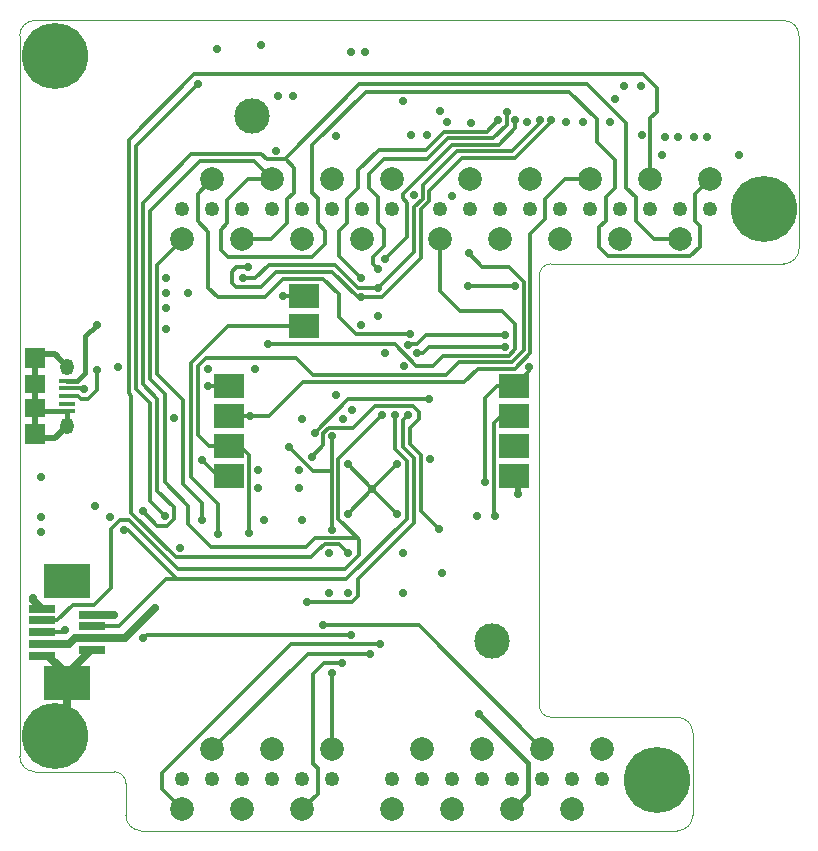
<source format=gtl>
G04 (created by PCBNEW (2013-07-07 BZR 4022)-stable) date 15/02/2015 14:23:04*
%MOIN*%
G04 Gerber Fmt 3.4, Leading zero omitted, Abs format*
%FSLAX34Y34*%
G01*
G70*
G90*
G04 APERTURE LIST*
%ADD10C,0.00590551*%
%ADD11C,0.000393701*%
%ADD12C,0.220472*%
%ADD13C,0.11811*%
%ADD14R,0.0984252X0.0787402*%
%ADD15R,0.0531496X0.0177165*%
%ADD16O,0.0452756X0.0551181*%
%ADD17R,0.0669291X0.0669291*%
%ADD18R,0.0669291X0.0590551*%
%ADD19C,0.0787402*%
%ADD20C,0.0492126*%
%ADD21R,0.0866142X0.0275591*%
%ADD22R,0.15748X0.11811*%
%ADD23C,0.0275591*%
%ADD24C,0.015748*%
%ADD25C,0.019685*%
%ADD26C,0.0275591*%
%ADD27C,0.011811*%
G04 APERTURE END LIST*
G54D10*
G54D11*
X42173Y-51606D02*
X42173Y-27590D01*
X42173Y-27590D02*
G75*
G02X42685Y-27078I511J0D01*
G74*
G01*
X45716Y-52511D02*
X45716Y-53574D01*
X42685Y-52118D02*
X45322Y-52118D01*
X67645Y-27078D02*
X42685Y-27078D01*
X68157Y-34677D02*
X68157Y-27590D01*
X59889Y-35188D02*
X67645Y-35188D01*
X59496Y-49913D02*
X59496Y-35582D01*
X64102Y-50307D02*
X59889Y-50307D01*
X64614Y-53574D02*
X64614Y-50818D01*
X46228Y-54086D02*
X64102Y-54086D01*
X45322Y-52118D02*
G75*
G02X45716Y-52511I0J-393D01*
G74*
G01*
X42685Y-52118D02*
G75*
G02X42173Y-51606I0J511D01*
G74*
G01*
X67645Y-27078D02*
G75*
G02X68157Y-27590I0J-511D01*
G74*
G01*
X68157Y-34678D02*
G75*
G02X67645Y-35188I-511J0D01*
G74*
G01*
X59496Y-35581D02*
G75*
G02X59889Y-35188I393J0D01*
G74*
G01*
X59889Y-50307D02*
G75*
G02X59496Y-49913I0J393D01*
G74*
G01*
X64103Y-50307D02*
G75*
G02X64614Y-50818I0J-511D01*
G74*
G01*
X64614Y-53575D02*
G75*
G02X64102Y-54086I-511J0D01*
G74*
G01*
X46227Y-54086D02*
G75*
G02X45716Y-53574I0J511D01*
G74*
G01*
G54D12*
X43354Y-50937D03*
X63433Y-52393D03*
X43354Y-28259D03*
X66976Y-33377D03*
G54D13*
X49905Y-30267D03*
X57905Y-47767D03*
G54D14*
X58649Y-39267D03*
X58649Y-40267D03*
X58649Y-41267D03*
X58649Y-42267D03*
X49161Y-39267D03*
X49161Y-40267D03*
X49161Y-41267D03*
X49161Y-42267D03*
X51641Y-37267D03*
X51641Y-36267D03*
G54D15*
X43767Y-39086D03*
X43767Y-39342D03*
X43767Y-39598D03*
X43767Y-39854D03*
X43767Y-40110D03*
G54D16*
X43767Y-38614D03*
X43767Y-40582D03*
G54D17*
X42704Y-38338D03*
X42704Y-40858D03*
G54D18*
X42704Y-39204D03*
X42704Y-39992D03*
G54D19*
X61602Y-51370D03*
X60602Y-53370D03*
X59602Y-51370D03*
X58602Y-53370D03*
X57602Y-51370D03*
X56602Y-53370D03*
X55602Y-51370D03*
X54602Y-53370D03*
G54D20*
X61602Y-52370D03*
X60602Y-52370D03*
X59602Y-52370D03*
X58602Y-52370D03*
X57602Y-52370D03*
X56602Y-52370D03*
X55602Y-52370D03*
X54602Y-52370D03*
G54D19*
X65202Y-32370D03*
X64202Y-34370D03*
X63202Y-32370D03*
X62202Y-34370D03*
X61202Y-32370D03*
X60202Y-34370D03*
X59202Y-32370D03*
X58202Y-34370D03*
X56202Y-34370D03*
G54D20*
X65202Y-33370D03*
X64202Y-33370D03*
X63202Y-33370D03*
X62202Y-33370D03*
X61202Y-33370D03*
X60202Y-33370D03*
X59202Y-33370D03*
X58202Y-33370D03*
X57202Y-33370D03*
X56202Y-33370D03*
G54D19*
X57202Y-32370D03*
X52602Y-51370D03*
X51602Y-53370D03*
X50602Y-51370D03*
X49602Y-53370D03*
X48602Y-51370D03*
X47602Y-53370D03*
G54D20*
X52602Y-52370D03*
X51602Y-52370D03*
X50602Y-52370D03*
X49602Y-52370D03*
X48602Y-52370D03*
X47602Y-52370D03*
G54D19*
X54602Y-32370D03*
X53602Y-34370D03*
X52602Y-32370D03*
X51602Y-34370D03*
X50602Y-32370D03*
X49602Y-34370D03*
X48602Y-32370D03*
X47602Y-34370D03*
G54D20*
X54602Y-33370D03*
X53602Y-33370D03*
X52602Y-33370D03*
X51602Y-33370D03*
X50602Y-33370D03*
X49602Y-33370D03*
X48602Y-33370D03*
X47602Y-33370D03*
G54D21*
X42921Y-46685D03*
X42921Y-47078D03*
X42921Y-47472D03*
X42921Y-47866D03*
X42921Y-48259D03*
X44574Y-47275D03*
X44574Y-47669D03*
X44574Y-46881D03*
X44574Y-48062D03*
G54D22*
X43748Y-45779D03*
X43748Y-49165D03*
G54D23*
X47795Y-36161D03*
X47066Y-36653D03*
X47066Y-36161D03*
X57224Y-30492D03*
X51476Y-42657D03*
X57480Y-50196D03*
X48740Y-28016D03*
X45196Y-43622D03*
X44685Y-43248D03*
X45314Y-46889D03*
X42637Y-46338D03*
X48444Y-38700D03*
X66141Y-31574D03*
X63602Y-31574D03*
X56240Y-45511D03*
X54960Y-44822D03*
X54133Y-36929D03*
X55846Y-41712D03*
X51476Y-42047D03*
X51574Y-43720D03*
X52952Y-40354D03*
X52500Y-44822D03*
X53110Y-44822D03*
X48779Y-44192D03*
X55807Y-39704D03*
X52007Y-40826D03*
X54271Y-40216D03*
X45669Y-44055D03*
X46279Y-43444D03*
X54704Y-40216D03*
X54370Y-35039D03*
X58700Y-30413D03*
X54114Y-35354D03*
X58405Y-30118D03*
X53543Y-35669D03*
X58129Y-30413D03*
X46692Y-46653D03*
X50452Y-37874D03*
X57696Y-42460D03*
X58681Y-35944D03*
X57106Y-35944D03*
X59153Y-38641D03*
X55137Y-40216D03*
X51751Y-46476D03*
X48267Y-43720D03*
X55177Y-37519D03*
X49822Y-44153D03*
X57145Y-34842D03*
X52598Y-48818D03*
X52913Y-48503D03*
X53858Y-48188D03*
X54173Y-47874D03*
X58366Y-37952D03*
X55413Y-38169D03*
X58011Y-43602D03*
X49625Y-35669D03*
X54133Y-35984D03*
X59507Y-30413D03*
X49783Y-35295D03*
X53543Y-36299D03*
X59881Y-30413D03*
X55137Y-37913D03*
X58366Y-37559D03*
X51909Y-41614D03*
X56141Y-44035D03*
X49842Y-40275D03*
X48267Y-41732D03*
X48464Y-39271D03*
X46299Y-47677D03*
X43700Y-47401D03*
X53228Y-47559D03*
X52598Y-40944D03*
X51161Y-41299D03*
X52578Y-44055D03*
X52283Y-47244D03*
X55236Y-30905D03*
X54940Y-29763D03*
X56181Y-30098D03*
X55767Y-30905D03*
X62893Y-29271D03*
X62322Y-29271D03*
X62027Y-29685D03*
X62913Y-30905D03*
X47047Y-37362D03*
X47066Y-35649D03*
X47519Y-44665D03*
X45452Y-38622D03*
X47322Y-40314D03*
X42874Y-44133D03*
X42874Y-43622D03*
X42893Y-42283D03*
X50314Y-43720D03*
X58779Y-42874D03*
X50019Y-38700D03*
X65098Y-30964D03*
X64665Y-30964D03*
X64114Y-30964D03*
X63681Y-30964D03*
X50964Y-36279D03*
X59094Y-30472D03*
X53543Y-37244D03*
X50216Y-27913D03*
X61870Y-30472D03*
X60964Y-30472D03*
X60374Y-30472D03*
X56437Y-30472D03*
X53700Y-28129D03*
X53228Y-28129D03*
X56594Y-32933D03*
X55314Y-32913D03*
X50708Y-31417D03*
X52736Y-30944D03*
X51279Y-29606D03*
X50787Y-29606D03*
X57421Y-43602D03*
X53110Y-43523D03*
X54763Y-43523D03*
X53110Y-41870D03*
X53937Y-42696D03*
X54763Y-41870D03*
X51594Y-40354D03*
X53267Y-40059D03*
X52736Y-39566D03*
X54980Y-38582D03*
X54370Y-38169D03*
X54960Y-46161D03*
X53110Y-46161D03*
X52500Y-46161D03*
X50118Y-42657D03*
X50118Y-42047D03*
X44744Y-37224D03*
X48129Y-29192D03*
X47007Y-43582D03*
X44744Y-38740D03*
X44311Y-39350D03*
G54D24*
X59114Y-52858D02*
X59114Y-51830D01*
X59114Y-51830D02*
X57480Y-50196D01*
X58602Y-53370D02*
X59114Y-52858D01*
G54D25*
X48740Y-28016D02*
X48740Y-28011D01*
X44685Y-43248D02*
X44685Y-43248D01*
G54D26*
X44574Y-46881D02*
X45307Y-46881D01*
X45307Y-46881D02*
X45314Y-46889D01*
X42921Y-46685D02*
X42637Y-46401D01*
X42637Y-46401D02*
X42637Y-46338D01*
G54D27*
X63202Y-32370D02*
X63202Y-30340D01*
X63405Y-29330D02*
X62952Y-28877D01*
X63405Y-30137D02*
X63405Y-29330D01*
X63202Y-30340D02*
X63405Y-30137D01*
X45885Y-39586D02*
X45885Y-43484D01*
X45885Y-39586D02*
X45807Y-39507D01*
X45807Y-39507D02*
X45807Y-31062D01*
X45807Y-31062D02*
X47992Y-28877D01*
X47992Y-28877D02*
X62952Y-28877D01*
X45885Y-43484D02*
X47381Y-44980D01*
X47381Y-44980D02*
X51889Y-44980D01*
X51889Y-44980D02*
X52125Y-44744D01*
X53110Y-44822D02*
X52814Y-44527D01*
X52814Y-44527D02*
X52342Y-44527D01*
X52342Y-44527D02*
X52125Y-44744D01*
X52125Y-44744D02*
X52125Y-44744D01*
X47874Y-41988D02*
X47874Y-42283D01*
X47874Y-42283D02*
X48779Y-43188D01*
X51877Y-37267D02*
X51688Y-37267D01*
X47874Y-38503D02*
X47874Y-41988D01*
X49114Y-37263D02*
X47874Y-38503D01*
X51692Y-37263D02*
X49114Y-37263D01*
X51688Y-37267D02*
X51692Y-37263D01*
X48779Y-43188D02*
X48779Y-44192D01*
X53129Y-39704D02*
X55807Y-39704D01*
X52007Y-40826D02*
X53129Y-39704D01*
X42921Y-47078D02*
X43433Y-47078D01*
X45236Y-45984D02*
X45236Y-44370D01*
X44665Y-46555D02*
X45236Y-45984D01*
X43956Y-46555D02*
X44665Y-46555D01*
X43433Y-47078D02*
X43956Y-46555D01*
X45511Y-43740D02*
X45807Y-43740D01*
X45236Y-44015D02*
X45511Y-43740D01*
X45236Y-44370D02*
X45236Y-44015D01*
X52795Y-41692D02*
X54271Y-40216D01*
X54271Y-40216D02*
X54271Y-40216D01*
X64842Y-34625D02*
X64842Y-33917D01*
X49775Y-32370D02*
X49094Y-33051D01*
X49094Y-33051D02*
X49094Y-33838D01*
X49094Y-33838D02*
X48877Y-34055D01*
X48877Y-34055D02*
X48877Y-34744D01*
X48877Y-34744D02*
X49114Y-34980D01*
X49114Y-34980D02*
X49429Y-34980D01*
X49429Y-34980D02*
X49429Y-34980D01*
X49429Y-34980D02*
X51909Y-34980D01*
X51909Y-34980D02*
X52362Y-34527D01*
X52362Y-34527D02*
X52362Y-34094D01*
X52362Y-34094D02*
X52106Y-33838D01*
X52106Y-33838D02*
X52106Y-32992D01*
X52106Y-32992D02*
X51929Y-32814D01*
X51929Y-32814D02*
X51929Y-31240D01*
X51929Y-31240D02*
X53720Y-29448D01*
X53720Y-29448D02*
X60492Y-29448D01*
X60492Y-29448D02*
X61417Y-30374D01*
X61417Y-30374D02*
X61417Y-31141D01*
X61417Y-31141D02*
X62007Y-31732D01*
X62007Y-31732D02*
X62007Y-32677D01*
X62007Y-32677D02*
X61712Y-32972D01*
X61712Y-32972D02*
X61712Y-33759D01*
X61712Y-33759D02*
X61496Y-33976D01*
X61496Y-33976D02*
X61496Y-34645D01*
X61496Y-34645D02*
X61791Y-34940D01*
X61791Y-34940D02*
X64527Y-34940D01*
X64527Y-34940D02*
X64842Y-34625D01*
X50602Y-32370D02*
X49775Y-32370D01*
X64704Y-32867D02*
X65202Y-32370D01*
X64704Y-33779D02*
X64704Y-32867D01*
X64842Y-33917D02*
X64704Y-33779D01*
X50602Y-32370D02*
X49984Y-31751D01*
X53425Y-44330D02*
X53405Y-44311D01*
X52007Y-44330D02*
X53425Y-44330D01*
X51712Y-44625D02*
X52007Y-44330D01*
X48543Y-44625D02*
X51712Y-44625D01*
X47775Y-43858D02*
X48543Y-44625D01*
X47775Y-43248D02*
X47775Y-43858D01*
X47007Y-42480D02*
X47775Y-43248D01*
X47007Y-39527D02*
X47007Y-42480D01*
X46515Y-39035D02*
X47007Y-39527D01*
X46515Y-33425D02*
X46515Y-39035D01*
X48188Y-31751D02*
X46515Y-33425D01*
X49984Y-31751D02*
X48188Y-31751D01*
X52795Y-43700D02*
X53405Y-44311D01*
X53405Y-44311D02*
X53503Y-44409D01*
X47440Y-45374D02*
X45807Y-43740D01*
X53011Y-45374D02*
X47440Y-45374D01*
X53503Y-44881D02*
X53011Y-45374D01*
X53503Y-44409D02*
X53503Y-44881D01*
X52795Y-41692D02*
X52795Y-43700D01*
X44574Y-47275D02*
X45480Y-47275D01*
X47055Y-45700D02*
X47421Y-45700D01*
X45480Y-47275D02*
X47055Y-45700D01*
X53503Y-29212D02*
X51043Y-31673D01*
X51043Y-31673D02*
X51043Y-31712D01*
X63307Y-34370D02*
X64202Y-34370D01*
X62716Y-33779D02*
X63307Y-34370D01*
X62716Y-32972D02*
X62716Y-33779D01*
X62401Y-32657D02*
X62716Y-32972D01*
X62401Y-30511D02*
X62401Y-32657D01*
X61102Y-29212D02*
X62401Y-30511D01*
X53503Y-29212D02*
X61102Y-29212D01*
X46279Y-43444D02*
X46751Y-43917D01*
X45775Y-44055D02*
X45669Y-44055D01*
X47421Y-45700D02*
X45775Y-44055D01*
X50551Y-34370D02*
X49602Y-34370D01*
X51102Y-33818D02*
X50551Y-34370D01*
X51102Y-33031D02*
X51102Y-33818D01*
X51318Y-32814D02*
X51102Y-33031D01*
X51318Y-31988D02*
X51318Y-32814D01*
X51043Y-31712D02*
X51318Y-31988D01*
X50413Y-31712D02*
X51043Y-31712D01*
X50236Y-31535D02*
X50413Y-31712D01*
X47893Y-31535D02*
X50236Y-31535D01*
X46279Y-33149D02*
X47893Y-31535D01*
X46279Y-39192D02*
X46279Y-33149D01*
X46771Y-39685D02*
X46279Y-39192D01*
X46771Y-42755D02*
X46771Y-39685D01*
X47322Y-43307D02*
X46771Y-42755D01*
X47322Y-43681D02*
X47322Y-43307D01*
X47086Y-43917D02*
X47322Y-43681D01*
X46751Y-43917D02*
X47086Y-43917D01*
X54704Y-40216D02*
X54704Y-41377D01*
X54704Y-41377D02*
X55078Y-41751D01*
X53059Y-45700D02*
X47421Y-45700D01*
X55078Y-43681D02*
X53059Y-45700D01*
X55078Y-41751D02*
X55078Y-43681D01*
X54370Y-35039D02*
X55098Y-34311D01*
X58700Y-30669D02*
X58700Y-30413D01*
X58149Y-31220D02*
X58700Y-30669D01*
X56594Y-31220D02*
X58149Y-31220D01*
X54960Y-32854D02*
X56594Y-31220D01*
X54960Y-33011D02*
X54960Y-32854D01*
X55098Y-33149D02*
X54960Y-33011D01*
X55098Y-34311D02*
X55098Y-33149D01*
X54330Y-31692D02*
X55767Y-31692D01*
X55767Y-31692D02*
X56456Y-31003D01*
X54114Y-35354D02*
X53956Y-35196D01*
X58405Y-30551D02*
X58405Y-30118D01*
X57952Y-31003D02*
X58405Y-30551D01*
X56456Y-31003D02*
X57952Y-31003D01*
X53818Y-32204D02*
X54330Y-31692D01*
X53818Y-32657D02*
X53818Y-32204D01*
X54114Y-32952D02*
X53818Y-32657D01*
X54114Y-33818D02*
X54114Y-32952D01*
X54330Y-34035D02*
X54114Y-33818D01*
X54330Y-34586D02*
X54330Y-34035D01*
X53956Y-34960D02*
X54330Y-34586D01*
X53956Y-35196D02*
X53956Y-34960D01*
X54143Y-31387D02*
X55718Y-31387D01*
X55718Y-31387D02*
X56318Y-30787D01*
X53454Y-32667D02*
X53454Y-32076D01*
X56318Y-30787D02*
X57755Y-30787D01*
X53454Y-32076D02*
X54143Y-31387D01*
X53543Y-35669D02*
X52814Y-34940D01*
X57755Y-30787D02*
X58129Y-30413D01*
X53090Y-33031D02*
X53454Y-32667D01*
X53090Y-33818D02*
X53090Y-33031D01*
X52814Y-34094D02*
X53090Y-33818D01*
X52814Y-34940D02*
X52814Y-34094D01*
G54D26*
X44574Y-47669D02*
X45677Y-47669D01*
X45677Y-47669D02*
X46692Y-46653D01*
X42921Y-47866D02*
X43826Y-47866D01*
X44023Y-47669D02*
X44574Y-47669D01*
X43826Y-47866D02*
X44023Y-47669D01*
G54D27*
X50452Y-37874D02*
X54685Y-37874D01*
X56202Y-34370D02*
X56202Y-36103D01*
X56202Y-36103D02*
X56850Y-36751D01*
X56850Y-36751D02*
X58267Y-36751D01*
X58267Y-36751D02*
X58700Y-37185D01*
X58700Y-37185D02*
X58700Y-38031D01*
X58700Y-38031D02*
X58484Y-38248D01*
X58484Y-38248D02*
X56299Y-38248D01*
X56299Y-38248D02*
X55964Y-38582D01*
X55964Y-38582D02*
X55393Y-38582D01*
X55393Y-38582D02*
X54685Y-37874D01*
X54685Y-37874D02*
X54685Y-37874D01*
X54685Y-37874D02*
X54685Y-37874D01*
X58094Y-39267D02*
X58649Y-39267D01*
X57696Y-39665D02*
X58094Y-39267D01*
X57696Y-42460D02*
X57696Y-39665D01*
X57106Y-35944D02*
X58681Y-35944D01*
X59153Y-38763D02*
X59153Y-38641D01*
X58649Y-39267D02*
X59153Y-38763D01*
X55137Y-40216D02*
X54940Y-40413D01*
X54940Y-40413D02*
X54940Y-41299D01*
X54940Y-41299D02*
X55314Y-41673D01*
X55314Y-41673D02*
X55314Y-43816D01*
X55314Y-43816D02*
X53444Y-45686D01*
X53444Y-45686D02*
X53444Y-46279D01*
X53444Y-46279D02*
X53248Y-46476D01*
X53248Y-46476D02*
X51751Y-46476D01*
X47618Y-34370D02*
X47602Y-34370D01*
X46751Y-35236D02*
X47618Y-34370D01*
X46751Y-38858D02*
X46751Y-35236D01*
X47637Y-39744D02*
X46751Y-38858D01*
X47637Y-42539D02*
X47637Y-39744D01*
X48267Y-43169D02*
X47637Y-42539D01*
X48267Y-43720D02*
X48267Y-43169D01*
X48789Y-36309D02*
X50344Y-36309D01*
X52814Y-36200D02*
X52814Y-36948D01*
X52303Y-35688D02*
X52814Y-36200D01*
X50964Y-35688D02*
X52303Y-35688D01*
X50344Y-36309D02*
X50964Y-35688D01*
X55177Y-37519D02*
X53385Y-37519D01*
X53385Y-37519D02*
X52814Y-36948D01*
X48110Y-32862D02*
X48602Y-32370D01*
X48110Y-33759D02*
X48110Y-32862D01*
X48464Y-34114D02*
X48110Y-33759D01*
X48464Y-35984D02*
X48464Y-34114D01*
X48789Y-36309D02*
X48464Y-35984D01*
X51968Y-38897D02*
X51397Y-38326D01*
X48472Y-41267D02*
X49515Y-41267D01*
X48110Y-40905D02*
X48472Y-41267D01*
X48110Y-38602D02*
X48110Y-40905D01*
X48385Y-38326D02*
X48110Y-38602D01*
X51397Y-38326D02*
X48385Y-38326D01*
X51968Y-38897D02*
X56377Y-38897D01*
X57598Y-35295D02*
X57145Y-34842D01*
X58484Y-35295D02*
X57598Y-35295D01*
X58976Y-35787D02*
X58484Y-35295D01*
X58976Y-38070D02*
X58976Y-35787D01*
X58582Y-38464D02*
X58976Y-38070D01*
X56811Y-38464D02*
X58582Y-38464D01*
X56377Y-38897D02*
X56811Y-38464D01*
X49515Y-41267D02*
X49822Y-41574D01*
X49822Y-44153D02*
X49822Y-41574D01*
X49822Y-44153D02*
X49822Y-44153D01*
X52598Y-48818D02*
X52598Y-51366D01*
X52598Y-51366D02*
X52602Y-51370D01*
X52106Y-52866D02*
X51602Y-53370D01*
X52106Y-52007D02*
X52106Y-52866D01*
X51948Y-51850D02*
X52106Y-52007D01*
X51948Y-48877D02*
X51948Y-51850D01*
X52322Y-48503D02*
X51948Y-48877D01*
X52913Y-48503D02*
X52322Y-48503D01*
X51783Y-48188D02*
X48602Y-51370D01*
X53858Y-48188D02*
X51783Y-48188D01*
X46929Y-52696D02*
X47602Y-53370D01*
X46929Y-52165D02*
X46929Y-52696D01*
X51220Y-47874D02*
X46929Y-52165D01*
X54173Y-47874D02*
X51220Y-47874D01*
X58649Y-40267D02*
X58236Y-40267D01*
X57992Y-43582D02*
X58011Y-43602D01*
X57992Y-40511D02*
X57992Y-43582D01*
X58236Y-40267D02*
X57992Y-40511D01*
X55413Y-38169D02*
X55610Y-38169D01*
X55610Y-38169D02*
X55826Y-37952D01*
X55826Y-37952D02*
X58366Y-37952D01*
X58011Y-43602D02*
X58011Y-43602D01*
X49625Y-35669D02*
X50019Y-35669D01*
X53444Y-35984D02*
X54133Y-35984D01*
X52677Y-35216D02*
X53444Y-35984D01*
X50472Y-35216D02*
X52677Y-35216D01*
X50019Y-35669D02*
X50472Y-35216D01*
X54133Y-35984D02*
X55334Y-34783D01*
X59507Y-30511D02*
X59507Y-30413D01*
X58582Y-31437D02*
X59507Y-30511D01*
X56751Y-31437D02*
X58582Y-31437D01*
X55610Y-32578D02*
X56751Y-31437D01*
X55610Y-33031D02*
X55610Y-32578D01*
X55334Y-33307D02*
X55610Y-33031D01*
X55334Y-34783D02*
X55334Y-33307D01*
X49399Y-35305D02*
X49773Y-35305D01*
X49773Y-35305D02*
X49783Y-35295D01*
X53444Y-36299D02*
X52598Y-35452D01*
X52598Y-35452D02*
X50728Y-35452D01*
X50728Y-35452D02*
X50216Y-35964D01*
X50216Y-35964D02*
X49389Y-35964D01*
X49389Y-35964D02*
X49251Y-35826D01*
X49251Y-35826D02*
X49251Y-35452D01*
X49251Y-35452D02*
X49399Y-35305D01*
X53543Y-36299D02*
X53444Y-36299D01*
X58690Y-31663D02*
X56919Y-31663D01*
X55570Y-35000D02*
X54271Y-36299D01*
X55570Y-33366D02*
X55570Y-35000D01*
X55826Y-33110D02*
X55570Y-33366D01*
X55826Y-32755D02*
X55826Y-33110D01*
X56919Y-31663D02*
X55826Y-32755D01*
X53543Y-36299D02*
X54271Y-36299D01*
X59881Y-30472D02*
X59881Y-30413D01*
X58700Y-31653D02*
X59881Y-30472D01*
X58700Y-31653D02*
X58700Y-31653D01*
X58690Y-31663D02*
X58700Y-31653D01*
X55413Y-37854D02*
X55708Y-37559D01*
X55196Y-37854D02*
X55413Y-37854D01*
X55137Y-37913D02*
X55196Y-37854D01*
X55708Y-37559D02*
X58366Y-37559D01*
X54389Y-39921D02*
X54015Y-39921D01*
X54015Y-39921D02*
X53287Y-40649D01*
X52303Y-40826D02*
X52303Y-41220D01*
X52303Y-40826D02*
X52480Y-40649D01*
X52480Y-40649D02*
X53287Y-40649D01*
X52303Y-41220D02*
X51909Y-41614D01*
X55551Y-43444D02*
X56141Y-44035D01*
X55551Y-41574D02*
X55551Y-43444D01*
X55177Y-41200D02*
X55551Y-41574D01*
X55177Y-40669D02*
X55177Y-41200D01*
X55472Y-40374D02*
X55177Y-40669D01*
X55472Y-40118D02*
X55472Y-40374D01*
X55275Y-39921D02*
X55472Y-40118D01*
X54389Y-39921D02*
X55275Y-39921D01*
X58681Y-38681D02*
X57440Y-38681D01*
X57440Y-38681D02*
X56978Y-39143D01*
X51624Y-39143D02*
X56978Y-39143D01*
X50492Y-40275D02*
X51624Y-39143D01*
X49842Y-40275D02*
X50492Y-40275D01*
X59192Y-38169D02*
X59192Y-34212D01*
X58681Y-38681D02*
X59192Y-38169D01*
X61202Y-32370D02*
X60366Y-32370D01*
X59704Y-33700D02*
X59192Y-34212D01*
X59704Y-33031D02*
X59704Y-33700D01*
X60366Y-32370D02*
X59704Y-33031D01*
X49834Y-40267D02*
X49161Y-40267D01*
X49842Y-40275D02*
X49834Y-40267D01*
X48803Y-42267D02*
X49161Y-42267D01*
X48803Y-42267D02*
X48267Y-41732D01*
X49161Y-39267D02*
X48468Y-39267D01*
X48468Y-39267D02*
X48464Y-39271D01*
X42921Y-47472D02*
X43629Y-47472D01*
X46417Y-47559D02*
X47874Y-47559D01*
X46299Y-47677D02*
X46417Y-47559D01*
X43629Y-47472D02*
X43700Y-47401D01*
X47874Y-47559D02*
X50688Y-47559D01*
X53228Y-47559D02*
X50688Y-47559D01*
X52578Y-40964D02*
X52578Y-41633D01*
X52598Y-40944D02*
X52578Y-40964D01*
X52578Y-42106D02*
X51968Y-42106D01*
X51968Y-42106D02*
X51161Y-41299D01*
X52578Y-41633D02*
X52578Y-42106D01*
X52578Y-42106D02*
X52578Y-44055D01*
X55476Y-47244D02*
X59602Y-51370D01*
X52283Y-47244D02*
X55476Y-47244D01*
G54D26*
X44574Y-48062D02*
X44555Y-48062D01*
X44555Y-48062D02*
X43748Y-48870D01*
X42921Y-48259D02*
X43137Y-48259D01*
X43137Y-48259D02*
X43748Y-48870D01*
X43748Y-48870D02*
X43748Y-50543D01*
X43748Y-50543D02*
X43354Y-50937D01*
G54D25*
X58649Y-42267D02*
X58779Y-42397D01*
X58779Y-42397D02*
X58779Y-42874D01*
G54D24*
X43767Y-40110D02*
X43767Y-40582D01*
X43767Y-40110D02*
X42822Y-40110D01*
X42822Y-40110D02*
X42704Y-39992D01*
G54D25*
X42704Y-39992D02*
X42704Y-40996D01*
X42704Y-39204D02*
X42704Y-39992D01*
X42704Y-38200D02*
X42704Y-39204D01*
X42704Y-40996D02*
X43354Y-40996D01*
X43354Y-40996D02*
X43767Y-40582D01*
X42704Y-38200D02*
X43354Y-38200D01*
X43354Y-38200D02*
X43767Y-38614D01*
G54D27*
X50964Y-36279D02*
X51629Y-36279D01*
X51629Y-36279D02*
X51641Y-36267D01*
X53937Y-42696D02*
X53110Y-43523D01*
X53937Y-42696D02*
X54763Y-43523D01*
X53937Y-42696D02*
X53110Y-41870D01*
X53937Y-42696D02*
X54763Y-41870D01*
G54D24*
X43767Y-39086D02*
X44102Y-39086D01*
X44370Y-37598D02*
X44744Y-37224D01*
X44370Y-38818D02*
X44370Y-37598D01*
X44102Y-39086D02*
X44370Y-38818D01*
G54D27*
X46043Y-31259D02*
X48110Y-29192D01*
X48110Y-29192D02*
X48129Y-29192D01*
X46515Y-39842D02*
X46515Y-43090D01*
X46515Y-43090D02*
X47007Y-43582D01*
X46515Y-39842D02*
X46043Y-39370D01*
X46043Y-39370D02*
X46043Y-31259D01*
X44125Y-39598D02*
X44212Y-39685D01*
X44212Y-39685D02*
X44448Y-39685D01*
X44448Y-39685D02*
X44744Y-39389D01*
X44744Y-39389D02*
X44744Y-38740D01*
X43767Y-39598D02*
X44125Y-39598D01*
G54D24*
X44303Y-39342D02*
X44311Y-39350D01*
G54D27*
X43767Y-39342D02*
X44303Y-39342D01*
M02*

</source>
